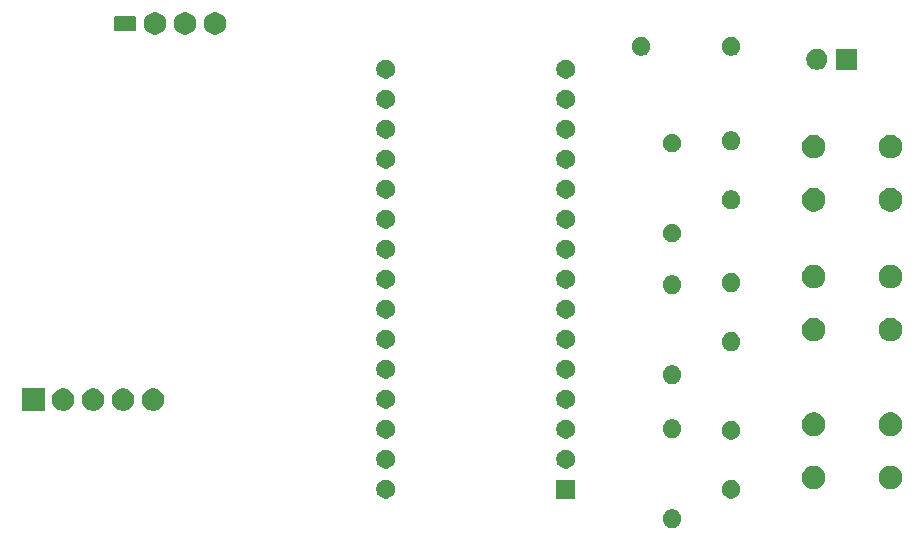
<source format=gbs>
G04 #@! TF.GenerationSoftware,KiCad,Pcbnew,9.0.2*
G04 #@! TF.CreationDate,2025-05-14T19:25:05+05:30*
G04 #@! TF.ProjectId,SpO2_project,53704f32-5f70-4726-9f6a-6563742e6b69,rev?*
G04 #@! TF.SameCoordinates,Original*
G04 #@! TF.FileFunction,Soldermask,Bot*
G04 #@! TF.FilePolarity,Negative*
%FSLAX46Y46*%
G04 Gerber Fmt 4.6, Leading zero omitted, Abs format (unit mm)*
G04 Created by KiCad (PCBNEW 9.0.2) date 2025-05-14 19:25:05*
%MOMM*%
%LPD*%
G01*
G04 APERTURE LIST*
G04 APERTURE END LIST*
G36*
X148232228Y-104734448D02*
G01*
X148377117Y-104794463D01*
X148507515Y-104881592D01*
X148618408Y-104992485D01*
X148705537Y-105122883D01*
X148765552Y-105267772D01*
X148796148Y-105421586D01*
X148796148Y-105578414D01*
X148765552Y-105732228D01*
X148705537Y-105877117D01*
X148618408Y-106007515D01*
X148507515Y-106118408D01*
X148377117Y-106205537D01*
X148232228Y-106265552D01*
X148078414Y-106296148D01*
X147921586Y-106296148D01*
X147767772Y-106265552D01*
X147622883Y-106205537D01*
X147492485Y-106118408D01*
X147381592Y-106007515D01*
X147294463Y-105877117D01*
X147234448Y-105732228D01*
X147203852Y-105578414D01*
X147203852Y-105421586D01*
X147234448Y-105267772D01*
X147294463Y-105122883D01*
X147381592Y-104992485D01*
X147492485Y-104881592D01*
X147622883Y-104794463D01*
X147767772Y-104734448D01*
X147921586Y-104703852D01*
X148078414Y-104703852D01*
X148232228Y-104734448D01*
G37*
G36*
X139800000Y-103800000D02*
G01*
X138200000Y-103800000D01*
X138200000Y-102200000D01*
X139800000Y-102200000D01*
X139800000Y-103800000D01*
G37*
G36*
X123992228Y-102234448D02*
G01*
X124137117Y-102294463D01*
X124267515Y-102381592D01*
X124378408Y-102492485D01*
X124465537Y-102622883D01*
X124525552Y-102767772D01*
X124556148Y-102921586D01*
X124556148Y-103078414D01*
X124525552Y-103232228D01*
X124465537Y-103377117D01*
X124378408Y-103507515D01*
X124267515Y-103618408D01*
X124137117Y-103705537D01*
X123992228Y-103765552D01*
X123838414Y-103796148D01*
X123681586Y-103796148D01*
X123527772Y-103765552D01*
X123382883Y-103705537D01*
X123252485Y-103618408D01*
X123141592Y-103507515D01*
X123054463Y-103377117D01*
X122994448Y-103232228D01*
X122963852Y-103078414D01*
X122963852Y-102921586D01*
X122994448Y-102767772D01*
X123054463Y-102622883D01*
X123141592Y-102492485D01*
X123252485Y-102381592D01*
X123382883Y-102294463D01*
X123527772Y-102234448D01*
X123681586Y-102203852D01*
X123838414Y-102203852D01*
X123992228Y-102234448D01*
G37*
G36*
X153232228Y-102234448D02*
G01*
X153377117Y-102294463D01*
X153507515Y-102381592D01*
X153618408Y-102492485D01*
X153705537Y-102622883D01*
X153765552Y-102767772D01*
X153796148Y-102921586D01*
X153796148Y-103078414D01*
X153765552Y-103232228D01*
X153705537Y-103377117D01*
X153618408Y-103507515D01*
X153507515Y-103618408D01*
X153377117Y-103705537D01*
X153232228Y-103765552D01*
X153078414Y-103796148D01*
X152921586Y-103796148D01*
X152767772Y-103765552D01*
X152622883Y-103705537D01*
X152492485Y-103618408D01*
X152381592Y-103507515D01*
X152294463Y-103377117D01*
X152234448Y-103232228D01*
X152203852Y-103078414D01*
X152203852Y-102921586D01*
X152234448Y-102767772D01*
X152294463Y-102622883D01*
X152381592Y-102492485D01*
X152492485Y-102381592D01*
X152622883Y-102294463D01*
X152767772Y-102234448D01*
X152921586Y-102203852D01*
X153078414Y-102203852D01*
X153232228Y-102234448D01*
G37*
G36*
X160290285Y-101043060D02*
G01*
X160471397Y-101118079D01*
X160634393Y-101226990D01*
X160773010Y-101365607D01*
X160881921Y-101528603D01*
X160956940Y-101709715D01*
X160995185Y-101901983D01*
X160995185Y-102098017D01*
X160956940Y-102290285D01*
X160881921Y-102471397D01*
X160773010Y-102634393D01*
X160634393Y-102773010D01*
X160471397Y-102881921D01*
X160290285Y-102956940D01*
X160098017Y-102995185D01*
X159901983Y-102995185D01*
X159709715Y-102956940D01*
X159528603Y-102881921D01*
X159365607Y-102773010D01*
X159226990Y-102634393D01*
X159118079Y-102471397D01*
X159043060Y-102290285D01*
X159004815Y-102098017D01*
X159004815Y-101901983D01*
X159043060Y-101709715D01*
X159118079Y-101528603D01*
X159226990Y-101365607D01*
X159365607Y-101226990D01*
X159528603Y-101118079D01*
X159709715Y-101043060D01*
X159901983Y-101004815D01*
X160098017Y-101004815D01*
X160290285Y-101043060D01*
G37*
G36*
X166790285Y-101043060D02*
G01*
X166971397Y-101118079D01*
X167134393Y-101226990D01*
X167273010Y-101365607D01*
X167381921Y-101528603D01*
X167456940Y-101709715D01*
X167495185Y-101901983D01*
X167495185Y-102098017D01*
X167456940Y-102290285D01*
X167381921Y-102471397D01*
X167273010Y-102634393D01*
X167134393Y-102773010D01*
X166971397Y-102881921D01*
X166790285Y-102956940D01*
X166598017Y-102995185D01*
X166401983Y-102995185D01*
X166209715Y-102956940D01*
X166028603Y-102881921D01*
X165865607Y-102773010D01*
X165726990Y-102634393D01*
X165618079Y-102471397D01*
X165543060Y-102290285D01*
X165504815Y-102098017D01*
X165504815Y-101901983D01*
X165543060Y-101709715D01*
X165618079Y-101528603D01*
X165726990Y-101365607D01*
X165865607Y-101226990D01*
X166028603Y-101118079D01*
X166209715Y-101043060D01*
X166401983Y-101004815D01*
X166598017Y-101004815D01*
X166790285Y-101043060D01*
G37*
G36*
X123992228Y-99694448D02*
G01*
X124137117Y-99754463D01*
X124267515Y-99841592D01*
X124378408Y-99952485D01*
X124465537Y-100082883D01*
X124525552Y-100227772D01*
X124556148Y-100381586D01*
X124556148Y-100538414D01*
X124525552Y-100692228D01*
X124465537Y-100837117D01*
X124378408Y-100967515D01*
X124267515Y-101078408D01*
X124137117Y-101165537D01*
X123992228Y-101225552D01*
X123838414Y-101256148D01*
X123681586Y-101256148D01*
X123527772Y-101225552D01*
X123382883Y-101165537D01*
X123252485Y-101078408D01*
X123141592Y-100967515D01*
X123054463Y-100837117D01*
X122994448Y-100692228D01*
X122963852Y-100538414D01*
X122963852Y-100381586D01*
X122994448Y-100227772D01*
X123054463Y-100082883D01*
X123141592Y-99952485D01*
X123252485Y-99841592D01*
X123382883Y-99754463D01*
X123527772Y-99694448D01*
X123681586Y-99663852D01*
X123838414Y-99663852D01*
X123992228Y-99694448D01*
G37*
G36*
X139232228Y-99694448D02*
G01*
X139377117Y-99754463D01*
X139507515Y-99841592D01*
X139618408Y-99952485D01*
X139705537Y-100082883D01*
X139765552Y-100227772D01*
X139796148Y-100381586D01*
X139796148Y-100538414D01*
X139765552Y-100692228D01*
X139705537Y-100837117D01*
X139618408Y-100967515D01*
X139507515Y-101078408D01*
X139377117Y-101165537D01*
X139232228Y-101225552D01*
X139078414Y-101256148D01*
X138921586Y-101256148D01*
X138767772Y-101225552D01*
X138622883Y-101165537D01*
X138492485Y-101078408D01*
X138381592Y-100967515D01*
X138294463Y-100837117D01*
X138234448Y-100692228D01*
X138203852Y-100538414D01*
X138203852Y-100381586D01*
X138234448Y-100227772D01*
X138294463Y-100082883D01*
X138381592Y-99952485D01*
X138492485Y-99841592D01*
X138622883Y-99754463D01*
X138767772Y-99694448D01*
X138921586Y-99663852D01*
X139078414Y-99663852D01*
X139232228Y-99694448D01*
G37*
G36*
X153232228Y-97234448D02*
G01*
X153377117Y-97294463D01*
X153507515Y-97381592D01*
X153618408Y-97492485D01*
X153705537Y-97622883D01*
X153765552Y-97767772D01*
X153796148Y-97921586D01*
X153796148Y-98078414D01*
X153765552Y-98232228D01*
X153705537Y-98377117D01*
X153618408Y-98507515D01*
X153507515Y-98618408D01*
X153377117Y-98705537D01*
X153232228Y-98765552D01*
X153078414Y-98796148D01*
X152921586Y-98796148D01*
X152767772Y-98765552D01*
X152622883Y-98705537D01*
X152492485Y-98618408D01*
X152381592Y-98507515D01*
X152294463Y-98377117D01*
X152234448Y-98232228D01*
X152203852Y-98078414D01*
X152203852Y-97921586D01*
X152234448Y-97767772D01*
X152294463Y-97622883D01*
X152381592Y-97492485D01*
X152492485Y-97381592D01*
X152622883Y-97294463D01*
X152767772Y-97234448D01*
X152921586Y-97203852D01*
X153078414Y-97203852D01*
X153232228Y-97234448D01*
G37*
G36*
X123992228Y-97154448D02*
G01*
X124137117Y-97214463D01*
X124267515Y-97301592D01*
X124378408Y-97412485D01*
X124465537Y-97542883D01*
X124525552Y-97687772D01*
X124556148Y-97841586D01*
X124556148Y-97998414D01*
X124525552Y-98152228D01*
X124465537Y-98297117D01*
X124378408Y-98427515D01*
X124267515Y-98538408D01*
X124137117Y-98625537D01*
X123992228Y-98685552D01*
X123838414Y-98716148D01*
X123681586Y-98716148D01*
X123527772Y-98685552D01*
X123382883Y-98625537D01*
X123252485Y-98538408D01*
X123141592Y-98427515D01*
X123054463Y-98297117D01*
X122994448Y-98152228D01*
X122963852Y-97998414D01*
X122963852Y-97841586D01*
X122994448Y-97687772D01*
X123054463Y-97542883D01*
X123141592Y-97412485D01*
X123252485Y-97301592D01*
X123382883Y-97214463D01*
X123527772Y-97154448D01*
X123681586Y-97123852D01*
X123838414Y-97123852D01*
X123992228Y-97154448D01*
G37*
G36*
X139232228Y-97154448D02*
G01*
X139377117Y-97214463D01*
X139507515Y-97301592D01*
X139618408Y-97412485D01*
X139705537Y-97542883D01*
X139765552Y-97687772D01*
X139796148Y-97841586D01*
X139796148Y-97998414D01*
X139765552Y-98152228D01*
X139705537Y-98297117D01*
X139618408Y-98427515D01*
X139507515Y-98538408D01*
X139377117Y-98625537D01*
X139232228Y-98685552D01*
X139078414Y-98716148D01*
X138921586Y-98716148D01*
X138767772Y-98685552D01*
X138622883Y-98625537D01*
X138492485Y-98538408D01*
X138381592Y-98427515D01*
X138294463Y-98297117D01*
X138234448Y-98152228D01*
X138203852Y-97998414D01*
X138203852Y-97841586D01*
X138234448Y-97687772D01*
X138294463Y-97542883D01*
X138381592Y-97412485D01*
X138492485Y-97301592D01*
X138622883Y-97214463D01*
X138767772Y-97154448D01*
X138921586Y-97123852D01*
X139078414Y-97123852D01*
X139232228Y-97154448D01*
G37*
G36*
X148232228Y-97114448D02*
G01*
X148377117Y-97174463D01*
X148507515Y-97261592D01*
X148618408Y-97372485D01*
X148705537Y-97502883D01*
X148765552Y-97647772D01*
X148796148Y-97801586D01*
X148796148Y-97958414D01*
X148765552Y-98112228D01*
X148705537Y-98257117D01*
X148618408Y-98387515D01*
X148507515Y-98498408D01*
X148377117Y-98585537D01*
X148232228Y-98645552D01*
X148078414Y-98676148D01*
X147921586Y-98676148D01*
X147767772Y-98645552D01*
X147622883Y-98585537D01*
X147492485Y-98498408D01*
X147381592Y-98387515D01*
X147294463Y-98257117D01*
X147234448Y-98112228D01*
X147203852Y-97958414D01*
X147203852Y-97801586D01*
X147234448Y-97647772D01*
X147294463Y-97502883D01*
X147381592Y-97372485D01*
X147492485Y-97261592D01*
X147622883Y-97174463D01*
X147767772Y-97114448D01*
X147921586Y-97083852D01*
X148078414Y-97083852D01*
X148232228Y-97114448D01*
G37*
G36*
X160290285Y-96543060D02*
G01*
X160471397Y-96618079D01*
X160634393Y-96726990D01*
X160773010Y-96865607D01*
X160881921Y-97028603D01*
X160956940Y-97209715D01*
X160995185Y-97401983D01*
X160995185Y-97598017D01*
X160956940Y-97790285D01*
X160881921Y-97971397D01*
X160773010Y-98134393D01*
X160634393Y-98273010D01*
X160471397Y-98381921D01*
X160290285Y-98456940D01*
X160098017Y-98495185D01*
X159901983Y-98495185D01*
X159709715Y-98456940D01*
X159528603Y-98381921D01*
X159365607Y-98273010D01*
X159226990Y-98134393D01*
X159118079Y-97971397D01*
X159043060Y-97790285D01*
X159004815Y-97598017D01*
X159004815Y-97401983D01*
X159043060Y-97209715D01*
X159118079Y-97028603D01*
X159226990Y-96865607D01*
X159365607Y-96726990D01*
X159528603Y-96618079D01*
X159709715Y-96543060D01*
X159901983Y-96504815D01*
X160098017Y-96504815D01*
X160290285Y-96543060D01*
G37*
G36*
X166790285Y-96543060D02*
G01*
X166971397Y-96618079D01*
X167134393Y-96726990D01*
X167273010Y-96865607D01*
X167381921Y-97028603D01*
X167456940Y-97209715D01*
X167495185Y-97401983D01*
X167495185Y-97598017D01*
X167456940Y-97790285D01*
X167381921Y-97971397D01*
X167273010Y-98134393D01*
X167134393Y-98273010D01*
X166971397Y-98381921D01*
X166790285Y-98456940D01*
X166598017Y-98495185D01*
X166401983Y-98495185D01*
X166209715Y-98456940D01*
X166028603Y-98381921D01*
X165865607Y-98273010D01*
X165726990Y-98134393D01*
X165618079Y-97971397D01*
X165543060Y-97790285D01*
X165504815Y-97598017D01*
X165504815Y-97401983D01*
X165543060Y-97209715D01*
X165618079Y-97028603D01*
X165726990Y-96865607D01*
X165865607Y-96726990D01*
X166028603Y-96618079D01*
X166209715Y-96543060D01*
X166401983Y-96504815D01*
X166598017Y-96504815D01*
X166790285Y-96543060D01*
G37*
G36*
X94872500Y-96372500D02*
G01*
X92967500Y-96372500D01*
X92967500Y-94467500D01*
X94872500Y-94467500D01*
X94872500Y-96372500D01*
G37*
G36*
X96736496Y-94508514D02*
G01*
X96909005Y-94579970D01*
X97064260Y-94683708D01*
X97196292Y-94815740D01*
X97300030Y-94970995D01*
X97371486Y-95143504D01*
X97407913Y-95326639D01*
X97407913Y-95513361D01*
X97371486Y-95696496D01*
X97300030Y-95869005D01*
X97196292Y-96024260D01*
X97064260Y-96156292D01*
X96909005Y-96260030D01*
X96736496Y-96331486D01*
X96553361Y-96367913D01*
X96366639Y-96367913D01*
X96183504Y-96331486D01*
X96010995Y-96260030D01*
X95855740Y-96156292D01*
X95723708Y-96024260D01*
X95619970Y-95869005D01*
X95548514Y-95696496D01*
X95512087Y-95513361D01*
X95512087Y-95326639D01*
X95548514Y-95143504D01*
X95619970Y-94970995D01*
X95723708Y-94815740D01*
X95855740Y-94683708D01*
X96010995Y-94579970D01*
X96183504Y-94508514D01*
X96366639Y-94472087D01*
X96553361Y-94472087D01*
X96736496Y-94508514D01*
G37*
G36*
X99276496Y-94508514D02*
G01*
X99449005Y-94579970D01*
X99604260Y-94683708D01*
X99736292Y-94815740D01*
X99840030Y-94970995D01*
X99911486Y-95143504D01*
X99947913Y-95326639D01*
X99947913Y-95513361D01*
X99911486Y-95696496D01*
X99840030Y-95869005D01*
X99736292Y-96024260D01*
X99604260Y-96156292D01*
X99449005Y-96260030D01*
X99276496Y-96331486D01*
X99093361Y-96367913D01*
X98906639Y-96367913D01*
X98723504Y-96331486D01*
X98550995Y-96260030D01*
X98395740Y-96156292D01*
X98263708Y-96024260D01*
X98159970Y-95869005D01*
X98088514Y-95696496D01*
X98052087Y-95513361D01*
X98052087Y-95326639D01*
X98088514Y-95143504D01*
X98159970Y-94970995D01*
X98263708Y-94815740D01*
X98395740Y-94683708D01*
X98550995Y-94579970D01*
X98723504Y-94508514D01*
X98906639Y-94472087D01*
X99093361Y-94472087D01*
X99276496Y-94508514D01*
G37*
G36*
X101816496Y-94508514D02*
G01*
X101989005Y-94579970D01*
X102144260Y-94683708D01*
X102276292Y-94815740D01*
X102380030Y-94970995D01*
X102451486Y-95143504D01*
X102487913Y-95326639D01*
X102487913Y-95513361D01*
X102451486Y-95696496D01*
X102380030Y-95869005D01*
X102276292Y-96024260D01*
X102144260Y-96156292D01*
X101989005Y-96260030D01*
X101816496Y-96331486D01*
X101633361Y-96367913D01*
X101446639Y-96367913D01*
X101263504Y-96331486D01*
X101090995Y-96260030D01*
X100935740Y-96156292D01*
X100803708Y-96024260D01*
X100699970Y-95869005D01*
X100628514Y-95696496D01*
X100592087Y-95513361D01*
X100592087Y-95326639D01*
X100628514Y-95143504D01*
X100699970Y-94970995D01*
X100803708Y-94815740D01*
X100935740Y-94683708D01*
X101090995Y-94579970D01*
X101263504Y-94508514D01*
X101446639Y-94472087D01*
X101633361Y-94472087D01*
X101816496Y-94508514D01*
G37*
G36*
X104356496Y-94508514D02*
G01*
X104529005Y-94579970D01*
X104684260Y-94683708D01*
X104816292Y-94815740D01*
X104920030Y-94970995D01*
X104991486Y-95143504D01*
X105027913Y-95326639D01*
X105027913Y-95513361D01*
X104991486Y-95696496D01*
X104920030Y-95869005D01*
X104816292Y-96024260D01*
X104684260Y-96156292D01*
X104529005Y-96260030D01*
X104356496Y-96331486D01*
X104173361Y-96367913D01*
X103986639Y-96367913D01*
X103803504Y-96331486D01*
X103630995Y-96260030D01*
X103475740Y-96156292D01*
X103343708Y-96024260D01*
X103239970Y-95869005D01*
X103168514Y-95696496D01*
X103132087Y-95513361D01*
X103132087Y-95326639D01*
X103168514Y-95143504D01*
X103239970Y-94970995D01*
X103343708Y-94815740D01*
X103475740Y-94683708D01*
X103630995Y-94579970D01*
X103803504Y-94508514D01*
X103986639Y-94472087D01*
X104173361Y-94472087D01*
X104356496Y-94508514D01*
G37*
G36*
X123992228Y-94614448D02*
G01*
X124137117Y-94674463D01*
X124267515Y-94761592D01*
X124378408Y-94872485D01*
X124465537Y-95002883D01*
X124525552Y-95147772D01*
X124556148Y-95301586D01*
X124556148Y-95458414D01*
X124525552Y-95612228D01*
X124465537Y-95757117D01*
X124378408Y-95887515D01*
X124267515Y-95998408D01*
X124137117Y-96085537D01*
X123992228Y-96145552D01*
X123838414Y-96176148D01*
X123681586Y-96176148D01*
X123527772Y-96145552D01*
X123382883Y-96085537D01*
X123252485Y-95998408D01*
X123141592Y-95887515D01*
X123054463Y-95757117D01*
X122994448Y-95612228D01*
X122963852Y-95458414D01*
X122963852Y-95301586D01*
X122994448Y-95147772D01*
X123054463Y-95002883D01*
X123141592Y-94872485D01*
X123252485Y-94761592D01*
X123382883Y-94674463D01*
X123527772Y-94614448D01*
X123681586Y-94583852D01*
X123838414Y-94583852D01*
X123992228Y-94614448D01*
G37*
G36*
X139232228Y-94614448D02*
G01*
X139377117Y-94674463D01*
X139507515Y-94761592D01*
X139618408Y-94872485D01*
X139705537Y-95002883D01*
X139765552Y-95147772D01*
X139796148Y-95301586D01*
X139796148Y-95458414D01*
X139765552Y-95612228D01*
X139705537Y-95757117D01*
X139618408Y-95887515D01*
X139507515Y-95998408D01*
X139377117Y-96085537D01*
X139232228Y-96145552D01*
X139078414Y-96176148D01*
X138921586Y-96176148D01*
X138767772Y-96145552D01*
X138622883Y-96085537D01*
X138492485Y-95998408D01*
X138381592Y-95887515D01*
X138294463Y-95757117D01*
X138234448Y-95612228D01*
X138203852Y-95458414D01*
X138203852Y-95301586D01*
X138234448Y-95147772D01*
X138294463Y-95002883D01*
X138381592Y-94872485D01*
X138492485Y-94761592D01*
X138622883Y-94674463D01*
X138767772Y-94614448D01*
X138921586Y-94583852D01*
X139078414Y-94583852D01*
X139232228Y-94614448D01*
G37*
G36*
X148232228Y-92544448D02*
G01*
X148377117Y-92604463D01*
X148507515Y-92691592D01*
X148618408Y-92802485D01*
X148705537Y-92932883D01*
X148765552Y-93077772D01*
X148796148Y-93231586D01*
X148796148Y-93388414D01*
X148765552Y-93542228D01*
X148705537Y-93687117D01*
X148618408Y-93817515D01*
X148507515Y-93928408D01*
X148377117Y-94015537D01*
X148232228Y-94075552D01*
X148078414Y-94106148D01*
X147921586Y-94106148D01*
X147767772Y-94075552D01*
X147622883Y-94015537D01*
X147492485Y-93928408D01*
X147381592Y-93817515D01*
X147294463Y-93687117D01*
X147234448Y-93542228D01*
X147203852Y-93388414D01*
X147203852Y-93231586D01*
X147234448Y-93077772D01*
X147294463Y-92932883D01*
X147381592Y-92802485D01*
X147492485Y-92691592D01*
X147622883Y-92604463D01*
X147767772Y-92544448D01*
X147921586Y-92513852D01*
X148078414Y-92513852D01*
X148232228Y-92544448D01*
G37*
G36*
X123992228Y-92074448D02*
G01*
X124137117Y-92134463D01*
X124267515Y-92221592D01*
X124378408Y-92332485D01*
X124465537Y-92462883D01*
X124525552Y-92607772D01*
X124556148Y-92761586D01*
X124556148Y-92918414D01*
X124525552Y-93072228D01*
X124465537Y-93217117D01*
X124378408Y-93347515D01*
X124267515Y-93458408D01*
X124137117Y-93545537D01*
X123992228Y-93605552D01*
X123838414Y-93636148D01*
X123681586Y-93636148D01*
X123527772Y-93605552D01*
X123382883Y-93545537D01*
X123252485Y-93458408D01*
X123141592Y-93347515D01*
X123054463Y-93217117D01*
X122994448Y-93072228D01*
X122963852Y-92918414D01*
X122963852Y-92761586D01*
X122994448Y-92607772D01*
X123054463Y-92462883D01*
X123141592Y-92332485D01*
X123252485Y-92221592D01*
X123382883Y-92134463D01*
X123527772Y-92074448D01*
X123681586Y-92043852D01*
X123838414Y-92043852D01*
X123992228Y-92074448D01*
G37*
G36*
X139232228Y-92074448D02*
G01*
X139377117Y-92134463D01*
X139507515Y-92221592D01*
X139618408Y-92332485D01*
X139705537Y-92462883D01*
X139765552Y-92607772D01*
X139796148Y-92761586D01*
X139796148Y-92918414D01*
X139765552Y-93072228D01*
X139705537Y-93217117D01*
X139618408Y-93347515D01*
X139507515Y-93458408D01*
X139377117Y-93545537D01*
X139232228Y-93605552D01*
X139078414Y-93636148D01*
X138921586Y-93636148D01*
X138767772Y-93605552D01*
X138622883Y-93545537D01*
X138492485Y-93458408D01*
X138381592Y-93347515D01*
X138294463Y-93217117D01*
X138234448Y-93072228D01*
X138203852Y-92918414D01*
X138203852Y-92761586D01*
X138234448Y-92607772D01*
X138294463Y-92462883D01*
X138381592Y-92332485D01*
X138492485Y-92221592D01*
X138622883Y-92134463D01*
X138767772Y-92074448D01*
X138921586Y-92043852D01*
X139078414Y-92043852D01*
X139232228Y-92074448D01*
G37*
G36*
X153232228Y-89734448D02*
G01*
X153377117Y-89794463D01*
X153507515Y-89881592D01*
X153618408Y-89992485D01*
X153705537Y-90122883D01*
X153765552Y-90267772D01*
X153796148Y-90421586D01*
X153796148Y-90578414D01*
X153765552Y-90732228D01*
X153705537Y-90877117D01*
X153618408Y-91007515D01*
X153507515Y-91118408D01*
X153377117Y-91205537D01*
X153232228Y-91265552D01*
X153078414Y-91296148D01*
X152921586Y-91296148D01*
X152767772Y-91265552D01*
X152622883Y-91205537D01*
X152492485Y-91118408D01*
X152381592Y-91007515D01*
X152294463Y-90877117D01*
X152234448Y-90732228D01*
X152203852Y-90578414D01*
X152203852Y-90421586D01*
X152234448Y-90267772D01*
X152294463Y-90122883D01*
X152381592Y-89992485D01*
X152492485Y-89881592D01*
X152622883Y-89794463D01*
X152767772Y-89734448D01*
X152921586Y-89703852D01*
X153078414Y-89703852D01*
X153232228Y-89734448D01*
G37*
G36*
X123992228Y-89534448D02*
G01*
X124137117Y-89594463D01*
X124267515Y-89681592D01*
X124378408Y-89792485D01*
X124465537Y-89922883D01*
X124525552Y-90067772D01*
X124556148Y-90221586D01*
X124556148Y-90378414D01*
X124525552Y-90532228D01*
X124465537Y-90677117D01*
X124378408Y-90807515D01*
X124267515Y-90918408D01*
X124137117Y-91005537D01*
X123992228Y-91065552D01*
X123838414Y-91096148D01*
X123681586Y-91096148D01*
X123527772Y-91065552D01*
X123382883Y-91005537D01*
X123252485Y-90918408D01*
X123141592Y-90807515D01*
X123054463Y-90677117D01*
X122994448Y-90532228D01*
X122963852Y-90378414D01*
X122963852Y-90221586D01*
X122994448Y-90067772D01*
X123054463Y-89922883D01*
X123141592Y-89792485D01*
X123252485Y-89681592D01*
X123382883Y-89594463D01*
X123527772Y-89534448D01*
X123681586Y-89503852D01*
X123838414Y-89503852D01*
X123992228Y-89534448D01*
G37*
G36*
X139232228Y-89534448D02*
G01*
X139377117Y-89594463D01*
X139507515Y-89681592D01*
X139618408Y-89792485D01*
X139705537Y-89922883D01*
X139765552Y-90067772D01*
X139796148Y-90221586D01*
X139796148Y-90378414D01*
X139765552Y-90532228D01*
X139705537Y-90677117D01*
X139618408Y-90807515D01*
X139507515Y-90918408D01*
X139377117Y-91005537D01*
X139232228Y-91065552D01*
X139078414Y-91096148D01*
X138921586Y-91096148D01*
X138767772Y-91065552D01*
X138622883Y-91005537D01*
X138492485Y-90918408D01*
X138381592Y-90807515D01*
X138294463Y-90677117D01*
X138234448Y-90532228D01*
X138203852Y-90378414D01*
X138203852Y-90221586D01*
X138234448Y-90067772D01*
X138294463Y-89922883D01*
X138381592Y-89792485D01*
X138492485Y-89681592D01*
X138622883Y-89594463D01*
X138767772Y-89534448D01*
X138921586Y-89503852D01*
X139078414Y-89503852D01*
X139232228Y-89534448D01*
G37*
G36*
X160290285Y-88543060D02*
G01*
X160471397Y-88618079D01*
X160634393Y-88726990D01*
X160773010Y-88865607D01*
X160881921Y-89028603D01*
X160956940Y-89209715D01*
X160995185Y-89401983D01*
X160995185Y-89598017D01*
X160956940Y-89790285D01*
X160881921Y-89971397D01*
X160773010Y-90134393D01*
X160634393Y-90273010D01*
X160471397Y-90381921D01*
X160290285Y-90456940D01*
X160098017Y-90495185D01*
X159901983Y-90495185D01*
X159709715Y-90456940D01*
X159528603Y-90381921D01*
X159365607Y-90273010D01*
X159226990Y-90134393D01*
X159118079Y-89971397D01*
X159043060Y-89790285D01*
X159004815Y-89598017D01*
X159004815Y-89401983D01*
X159043060Y-89209715D01*
X159118079Y-89028603D01*
X159226990Y-88865607D01*
X159365607Y-88726990D01*
X159528603Y-88618079D01*
X159709715Y-88543060D01*
X159901983Y-88504815D01*
X160098017Y-88504815D01*
X160290285Y-88543060D01*
G37*
G36*
X166790285Y-88543060D02*
G01*
X166971397Y-88618079D01*
X167134393Y-88726990D01*
X167273010Y-88865607D01*
X167381921Y-89028603D01*
X167456940Y-89209715D01*
X167495185Y-89401983D01*
X167495185Y-89598017D01*
X167456940Y-89790285D01*
X167381921Y-89971397D01*
X167273010Y-90134393D01*
X167134393Y-90273010D01*
X166971397Y-90381921D01*
X166790285Y-90456940D01*
X166598017Y-90495185D01*
X166401983Y-90495185D01*
X166209715Y-90456940D01*
X166028603Y-90381921D01*
X165865607Y-90273010D01*
X165726990Y-90134393D01*
X165618079Y-89971397D01*
X165543060Y-89790285D01*
X165504815Y-89598017D01*
X165504815Y-89401983D01*
X165543060Y-89209715D01*
X165618079Y-89028603D01*
X165726990Y-88865607D01*
X165865607Y-88726990D01*
X166028603Y-88618079D01*
X166209715Y-88543060D01*
X166401983Y-88504815D01*
X166598017Y-88504815D01*
X166790285Y-88543060D01*
G37*
G36*
X123992228Y-86994448D02*
G01*
X124137117Y-87054463D01*
X124267515Y-87141592D01*
X124378408Y-87252485D01*
X124465537Y-87382883D01*
X124525552Y-87527772D01*
X124556148Y-87681586D01*
X124556148Y-87838414D01*
X124525552Y-87992228D01*
X124465537Y-88137117D01*
X124378408Y-88267515D01*
X124267515Y-88378408D01*
X124137117Y-88465537D01*
X123992228Y-88525552D01*
X123838414Y-88556148D01*
X123681586Y-88556148D01*
X123527772Y-88525552D01*
X123382883Y-88465537D01*
X123252485Y-88378408D01*
X123141592Y-88267515D01*
X123054463Y-88137117D01*
X122994448Y-87992228D01*
X122963852Y-87838414D01*
X122963852Y-87681586D01*
X122994448Y-87527772D01*
X123054463Y-87382883D01*
X123141592Y-87252485D01*
X123252485Y-87141592D01*
X123382883Y-87054463D01*
X123527772Y-86994448D01*
X123681586Y-86963852D01*
X123838414Y-86963852D01*
X123992228Y-86994448D01*
G37*
G36*
X139232228Y-86994448D02*
G01*
X139377117Y-87054463D01*
X139507515Y-87141592D01*
X139618408Y-87252485D01*
X139705537Y-87382883D01*
X139765552Y-87527772D01*
X139796148Y-87681586D01*
X139796148Y-87838414D01*
X139765552Y-87992228D01*
X139705537Y-88137117D01*
X139618408Y-88267515D01*
X139507515Y-88378408D01*
X139377117Y-88465537D01*
X139232228Y-88525552D01*
X139078414Y-88556148D01*
X138921586Y-88556148D01*
X138767772Y-88525552D01*
X138622883Y-88465537D01*
X138492485Y-88378408D01*
X138381592Y-88267515D01*
X138294463Y-88137117D01*
X138234448Y-87992228D01*
X138203852Y-87838414D01*
X138203852Y-87681586D01*
X138234448Y-87527772D01*
X138294463Y-87382883D01*
X138381592Y-87252485D01*
X138492485Y-87141592D01*
X138622883Y-87054463D01*
X138767772Y-86994448D01*
X138921586Y-86963852D01*
X139078414Y-86963852D01*
X139232228Y-86994448D01*
G37*
G36*
X148232228Y-84924448D02*
G01*
X148377117Y-84984463D01*
X148507515Y-85071592D01*
X148618408Y-85182485D01*
X148705537Y-85312883D01*
X148765552Y-85457772D01*
X148796148Y-85611586D01*
X148796148Y-85768414D01*
X148765552Y-85922228D01*
X148705537Y-86067117D01*
X148618408Y-86197515D01*
X148507515Y-86308408D01*
X148377117Y-86395537D01*
X148232228Y-86455552D01*
X148078414Y-86486148D01*
X147921586Y-86486148D01*
X147767772Y-86455552D01*
X147622883Y-86395537D01*
X147492485Y-86308408D01*
X147381592Y-86197515D01*
X147294463Y-86067117D01*
X147234448Y-85922228D01*
X147203852Y-85768414D01*
X147203852Y-85611586D01*
X147234448Y-85457772D01*
X147294463Y-85312883D01*
X147381592Y-85182485D01*
X147492485Y-85071592D01*
X147622883Y-84984463D01*
X147767772Y-84924448D01*
X147921586Y-84893852D01*
X148078414Y-84893852D01*
X148232228Y-84924448D01*
G37*
G36*
X153232228Y-84734448D02*
G01*
X153377117Y-84794463D01*
X153507515Y-84881592D01*
X153618408Y-84992485D01*
X153705537Y-85122883D01*
X153765552Y-85267772D01*
X153796148Y-85421586D01*
X153796148Y-85578414D01*
X153765552Y-85732228D01*
X153705537Y-85877117D01*
X153618408Y-86007515D01*
X153507515Y-86118408D01*
X153377117Y-86205537D01*
X153232228Y-86265552D01*
X153078414Y-86296148D01*
X152921586Y-86296148D01*
X152767772Y-86265552D01*
X152622883Y-86205537D01*
X152492485Y-86118408D01*
X152381592Y-86007515D01*
X152294463Y-85877117D01*
X152234448Y-85732228D01*
X152203852Y-85578414D01*
X152203852Y-85421586D01*
X152234448Y-85267772D01*
X152294463Y-85122883D01*
X152381592Y-84992485D01*
X152492485Y-84881592D01*
X152622883Y-84794463D01*
X152767772Y-84734448D01*
X152921586Y-84703852D01*
X153078414Y-84703852D01*
X153232228Y-84734448D01*
G37*
G36*
X123992228Y-84454448D02*
G01*
X124137117Y-84514463D01*
X124267515Y-84601592D01*
X124378408Y-84712485D01*
X124465537Y-84842883D01*
X124525552Y-84987772D01*
X124556148Y-85141586D01*
X124556148Y-85298414D01*
X124525552Y-85452228D01*
X124465537Y-85597117D01*
X124378408Y-85727515D01*
X124267515Y-85838408D01*
X124137117Y-85925537D01*
X123992228Y-85985552D01*
X123838414Y-86016148D01*
X123681586Y-86016148D01*
X123527772Y-85985552D01*
X123382883Y-85925537D01*
X123252485Y-85838408D01*
X123141592Y-85727515D01*
X123054463Y-85597117D01*
X122994448Y-85452228D01*
X122963852Y-85298414D01*
X122963852Y-85141586D01*
X122994448Y-84987772D01*
X123054463Y-84842883D01*
X123141592Y-84712485D01*
X123252485Y-84601592D01*
X123382883Y-84514463D01*
X123527772Y-84454448D01*
X123681586Y-84423852D01*
X123838414Y-84423852D01*
X123992228Y-84454448D01*
G37*
G36*
X139232228Y-84454448D02*
G01*
X139377117Y-84514463D01*
X139507515Y-84601592D01*
X139618408Y-84712485D01*
X139705537Y-84842883D01*
X139765552Y-84987772D01*
X139796148Y-85141586D01*
X139796148Y-85298414D01*
X139765552Y-85452228D01*
X139705537Y-85597117D01*
X139618408Y-85727515D01*
X139507515Y-85838408D01*
X139377117Y-85925537D01*
X139232228Y-85985552D01*
X139078414Y-86016148D01*
X138921586Y-86016148D01*
X138767772Y-85985552D01*
X138622883Y-85925537D01*
X138492485Y-85838408D01*
X138381592Y-85727515D01*
X138294463Y-85597117D01*
X138234448Y-85452228D01*
X138203852Y-85298414D01*
X138203852Y-85141586D01*
X138234448Y-84987772D01*
X138294463Y-84842883D01*
X138381592Y-84712485D01*
X138492485Y-84601592D01*
X138622883Y-84514463D01*
X138767772Y-84454448D01*
X138921586Y-84423852D01*
X139078414Y-84423852D01*
X139232228Y-84454448D01*
G37*
G36*
X160290285Y-84043060D02*
G01*
X160471397Y-84118079D01*
X160634393Y-84226990D01*
X160773010Y-84365607D01*
X160881921Y-84528603D01*
X160956940Y-84709715D01*
X160995185Y-84901983D01*
X160995185Y-85098017D01*
X160956940Y-85290285D01*
X160881921Y-85471397D01*
X160773010Y-85634393D01*
X160634393Y-85773010D01*
X160471397Y-85881921D01*
X160290285Y-85956940D01*
X160098017Y-85995185D01*
X159901983Y-85995185D01*
X159709715Y-85956940D01*
X159528603Y-85881921D01*
X159365607Y-85773010D01*
X159226990Y-85634393D01*
X159118079Y-85471397D01*
X159043060Y-85290285D01*
X159004815Y-85098017D01*
X159004815Y-84901983D01*
X159043060Y-84709715D01*
X159118079Y-84528603D01*
X159226990Y-84365607D01*
X159365607Y-84226990D01*
X159528603Y-84118079D01*
X159709715Y-84043060D01*
X159901983Y-84004815D01*
X160098017Y-84004815D01*
X160290285Y-84043060D01*
G37*
G36*
X166790285Y-84043060D02*
G01*
X166971397Y-84118079D01*
X167134393Y-84226990D01*
X167273010Y-84365607D01*
X167381921Y-84528603D01*
X167456940Y-84709715D01*
X167495185Y-84901983D01*
X167495185Y-85098017D01*
X167456940Y-85290285D01*
X167381921Y-85471397D01*
X167273010Y-85634393D01*
X167134393Y-85773010D01*
X166971397Y-85881921D01*
X166790285Y-85956940D01*
X166598017Y-85995185D01*
X166401983Y-85995185D01*
X166209715Y-85956940D01*
X166028603Y-85881921D01*
X165865607Y-85773010D01*
X165726990Y-85634393D01*
X165618079Y-85471397D01*
X165543060Y-85290285D01*
X165504815Y-85098017D01*
X165504815Y-84901983D01*
X165543060Y-84709715D01*
X165618079Y-84528603D01*
X165726990Y-84365607D01*
X165865607Y-84226990D01*
X166028603Y-84118079D01*
X166209715Y-84043060D01*
X166401983Y-84004815D01*
X166598017Y-84004815D01*
X166790285Y-84043060D01*
G37*
G36*
X123992228Y-81914448D02*
G01*
X124137117Y-81974463D01*
X124267515Y-82061592D01*
X124378408Y-82172485D01*
X124465537Y-82302883D01*
X124525552Y-82447772D01*
X124556148Y-82601586D01*
X124556148Y-82758414D01*
X124525552Y-82912228D01*
X124465537Y-83057117D01*
X124378408Y-83187515D01*
X124267515Y-83298408D01*
X124137117Y-83385537D01*
X123992228Y-83445552D01*
X123838414Y-83476148D01*
X123681586Y-83476148D01*
X123527772Y-83445552D01*
X123382883Y-83385537D01*
X123252485Y-83298408D01*
X123141592Y-83187515D01*
X123054463Y-83057117D01*
X122994448Y-82912228D01*
X122963852Y-82758414D01*
X122963852Y-82601586D01*
X122994448Y-82447772D01*
X123054463Y-82302883D01*
X123141592Y-82172485D01*
X123252485Y-82061592D01*
X123382883Y-81974463D01*
X123527772Y-81914448D01*
X123681586Y-81883852D01*
X123838414Y-81883852D01*
X123992228Y-81914448D01*
G37*
G36*
X139232228Y-81914448D02*
G01*
X139377117Y-81974463D01*
X139507515Y-82061592D01*
X139618408Y-82172485D01*
X139705537Y-82302883D01*
X139765552Y-82447772D01*
X139796148Y-82601586D01*
X139796148Y-82758414D01*
X139765552Y-82912228D01*
X139705537Y-83057117D01*
X139618408Y-83187515D01*
X139507515Y-83298408D01*
X139377117Y-83385537D01*
X139232228Y-83445552D01*
X139078414Y-83476148D01*
X138921586Y-83476148D01*
X138767772Y-83445552D01*
X138622883Y-83385537D01*
X138492485Y-83298408D01*
X138381592Y-83187515D01*
X138294463Y-83057117D01*
X138234448Y-82912228D01*
X138203852Y-82758414D01*
X138203852Y-82601586D01*
X138234448Y-82447772D01*
X138294463Y-82302883D01*
X138381592Y-82172485D01*
X138492485Y-82061592D01*
X138622883Y-81974463D01*
X138767772Y-81914448D01*
X138921586Y-81883852D01*
X139078414Y-81883852D01*
X139232228Y-81914448D01*
G37*
G36*
X148232228Y-80544448D02*
G01*
X148377117Y-80604463D01*
X148507515Y-80691592D01*
X148618408Y-80802485D01*
X148705537Y-80932883D01*
X148765552Y-81077772D01*
X148796148Y-81231586D01*
X148796148Y-81388414D01*
X148765552Y-81542228D01*
X148705537Y-81687117D01*
X148618408Y-81817515D01*
X148507515Y-81928408D01*
X148377117Y-82015537D01*
X148232228Y-82075552D01*
X148078414Y-82106148D01*
X147921586Y-82106148D01*
X147767772Y-82075552D01*
X147622883Y-82015537D01*
X147492485Y-81928408D01*
X147381592Y-81817515D01*
X147294463Y-81687117D01*
X147234448Y-81542228D01*
X147203852Y-81388414D01*
X147203852Y-81231586D01*
X147234448Y-81077772D01*
X147294463Y-80932883D01*
X147381592Y-80802485D01*
X147492485Y-80691592D01*
X147622883Y-80604463D01*
X147767772Y-80544448D01*
X147921586Y-80513852D01*
X148078414Y-80513852D01*
X148232228Y-80544448D01*
G37*
G36*
X123992228Y-79374448D02*
G01*
X124137117Y-79434463D01*
X124267515Y-79521592D01*
X124378408Y-79632485D01*
X124465537Y-79762883D01*
X124525552Y-79907772D01*
X124556148Y-80061586D01*
X124556148Y-80218414D01*
X124525552Y-80372228D01*
X124465537Y-80517117D01*
X124378408Y-80647515D01*
X124267515Y-80758408D01*
X124137117Y-80845537D01*
X123992228Y-80905552D01*
X123838414Y-80936148D01*
X123681586Y-80936148D01*
X123527772Y-80905552D01*
X123382883Y-80845537D01*
X123252485Y-80758408D01*
X123141592Y-80647515D01*
X123054463Y-80517117D01*
X122994448Y-80372228D01*
X122963852Y-80218414D01*
X122963852Y-80061586D01*
X122994448Y-79907772D01*
X123054463Y-79762883D01*
X123141592Y-79632485D01*
X123252485Y-79521592D01*
X123382883Y-79434463D01*
X123527772Y-79374448D01*
X123681586Y-79343852D01*
X123838414Y-79343852D01*
X123992228Y-79374448D01*
G37*
G36*
X139232228Y-79374448D02*
G01*
X139377117Y-79434463D01*
X139507515Y-79521592D01*
X139618408Y-79632485D01*
X139705537Y-79762883D01*
X139765552Y-79907772D01*
X139796148Y-80061586D01*
X139796148Y-80218414D01*
X139765552Y-80372228D01*
X139705537Y-80517117D01*
X139618408Y-80647515D01*
X139507515Y-80758408D01*
X139377117Y-80845537D01*
X139232228Y-80905552D01*
X139078414Y-80936148D01*
X138921586Y-80936148D01*
X138767772Y-80905552D01*
X138622883Y-80845537D01*
X138492485Y-80758408D01*
X138381592Y-80647515D01*
X138294463Y-80517117D01*
X138234448Y-80372228D01*
X138203852Y-80218414D01*
X138203852Y-80061586D01*
X138234448Y-79907772D01*
X138294463Y-79762883D01*
X138381592Y-79632485D01*
X138492485Y-79521592D01*
X138622883Y-79434463D01*
X138767772Y-79374448D01*
X138921586Y-79343852D01*
X139078414Y-79343852D01*
X139232228Y-79374448D01*
G37*
G36*
X160290285Y-77543060D02*
G01*
X160471397Y-77618079D01*
X160634393Y-77726990D01*
X160773010Y-77865607D01*
X160881921Y-78028603D01*
X160956940Y-78209715D01*
X160995185Y-78401983D01*
X160995185Y-78598017D01*
X160956940Y-78790285D01*
X160881921Y-78971397D01*
X160773010Y-79134393D01*
X160634393Y-79273010D01*
X160471397Y-79381921D01*
X160290285Y-79456940D01*
X160098017Y-79495185D01*
X159901983Y-79495185D01*
X159709715Y-79456940D01*
X159528603Y-79381921D01*
X159365607Y-79273010D01*
X159226990Y-79134393D01*
X159118079Y-78971397D01*
X159043060Y-78790285D01*
X159004815Y-78598017D01*
X159004815Y-78401983D01*
X159043060Y-78209715D01*
X159118079Y-78028603D01*
X159226990Y-77865607D01*
X159365607Y-77726990D01*
X159528603Y-77618079D01*
X159709715Y-77543060D01*
X159901983Y-77504815D01*
X160098017Y-77504815D01*
X160290285Y-77543060D01*
G37*
G36*
X166790285Y-77543060D02*
G01*
X166971397Y-77618079D01*
X167134393Y-77726990D01*
X167273010Y-77865607D01*
X167381921Y-78028603D01*
X167456940Y-78209715D01*
X167495185Y-78401983D01*
X167495185Y-78598017D01*
X167456940Y-78790285D01*
X167381921Y-78971397D01*
X167273010Y-79134393D01*
X167134393Y-79273010D01*
X166971397Y-79381921D01*
X166790285Y-79456940D01*
X166598017Y-79495185D01*
X166401983Y-79495185D01*
X166209715Y-79456940D01*
X166028603Y-79381921D01*
X165865607Y-79273010D01*
X165726990Y-79134393D01*
X165618079Y-78971397D01*
X165543060Y-78790285D01*
X165504815Y-78598017D01*
X165504815Y-78401983D01*
X165543060Y-78209715D01*
X165618079Y-78028603D01*
X165726990Y-77865607D01*
X165865607Y-77726990D01*
X166028603Y-77618079D01*
X166209715Y-77543060D01*
X166401983Y-77504815D01*
X166598017Y-77504815D01*
X166790285Y-77543060D01*
G37*
G36*
X153232228Y-77734448D02*
G01*
X153377117Y-77794463D01*
X153507515Y-77881592D01*
X153618408Y-77992485D01*
X153705537Y-78122883D01*
X153765552Y-78267772D01*
X153796148Y-78421586D01*
X153796148Y-78578414D01*
X153765552Y-78732228D01*
X153705537Y-78877117D01*
X153618408Y-79007515D01*
X153507515Y-79118408D01*
X153377117Y-79205537D01*
X153232228Y-79265552D01*
X153078414Y-79296148D01*
X152921586Y-79296148D01*
X152767772Y-79265552D01*
X152622883Y-79205537D01*
X152492485Y-79118408D01*
X152381592Y-79007515D01*
X152294463Y-78877117D01*
X152234448Y-78732228D01*
X152203852Y-78578414D01*
X152203852Y-78421586D01*
X152234448Y-78267772D01*
X152294463Y-78122883D01*
X152381592Y-77992485D01*
X152492485Y-77881592D01*
X152622883Y-77794463D01*
X152767772Y-77734448D01*
X152921586Y-77703852D01*
X153078414Y-77703852D01*
X153232228Y-77734448D01*
G37*
G36*
X123992228Y-76834448D02*
G01*
X124137117Y-76894463D01*
X124267515Y-76981592D01*
X124378408Y-77092485D01*
X124465537Y-77222883D01*
X124525552Y-77367772D01*
X124556148Y-77521586D01*
X124556148Y-77678414D01*
X124525552Y-77832228D01*
X124465537Y-77977117D01*
X124378408Y-78107515D01*
X124267515Y-78218408D01*
X124137117Y-78305537D01*
X123992228Y-78365552D01*
X123838414Y-78396148D01*
X123681586Y-78396148D01*
X123527772Y-78365552D01*
X123382883Y-78305537D01*
X123252485Y-78218408D01*
X123141592Y-78107515D01*
X123054463Y-77977117D01*
X122994448Y-77832228D01*
X122963852Y-77678414D01*
X122963852Y-77521586D01*
X122994448Y-77367772D01*
X123054463Y-77222883D01*
X123141592Y-77092485D01*
X123252485Y-76981592D01*
X123382883Y-76894463D01*
X123527772Y-76834448D01*
X123681586Y-76803852D01*
X123838414Y-76803852D01*
X123992228Y-76834448D01*
G37*
G36*
X139232228Y-76834448D02*
G01*
X139377117Y-76894463D01*
X139507515Y-76981592D01*
X139618408Y-77092485D01*
X139705537Y-77222883D01*
X139765552Y-77367772D01*
X139796148Y-77521586D01*
X139796148Y-77678414D01*
X139765552Y-77832228D01*
X139705537Y-77977117D01*
X139618408Y-78107515D01*
X139507515Y-78218408D01*
X139377117Y-78305537D01*
X139232228Y-78365552D01*
X139078414Y-78396148D01*
X138921586Y-78396148D01*
X138767772Y-78365552D01*
X138622883Y-78305537D01*
X138492485Y-78218408D01*
X138381592Y-78107515D01*
X138294463Y-77977117D01*
X138234448Y-77832228D01*
X138203852Y-77678414D01*
X138203852Y-77521586D01*
X138234448Y-77367772D01*
X138294463Y-77222883D01*
X138381592Y-77092485D01*
X138492485Y-76981592D01*
X138622883Y-76894463D01*
X138767772Y-76834448D01*
X138921586Y-76803852D01*
X139078414Y-76803852D01*
X139232228Y-76834448D01*
G37*
G36*
X123992228Y-74294448D02*
G01*
X124137117Y-74354463D01*
X124267515Y-74441592D01*
X124378408Y-74552485D01*
X124465537Y-74682883D01*
X124525552Y-74827772D01*
X124556148Y-74981586D01*
X124556148Y-75138414D01*
X124525552Y-75292228D01*
X124465537Y-75437117D01*
X124378408Y-75567515D01*
X124267515Y-75678408D01*
X124137117Y-75765537D01*
X123992228Y-75825552D01*
X123838414Y-75856148D01*
X123681586Y-75856148D01*
X123527772Y-75825552D01*
X123382883Y-75765537D01*
X123252485Y-75678408D01*
X123141592Y-75567515D01*
X123054463Y-75437117D01*
X122994448Y-75292228D01*
X122963852Y-75138414D01*
X122963852Y-74981586D01*
X122994448Y-74827772D01*
X123054463Y-74682883D01*
X123141592Y-74552485D01*
X123252485Y-74441592D01*
X123382883Y-74354463D01*
X123527772Y-74294448D01*
X123681586Y-74263852D01*
X123838414Y-74263852D01*
X123992228Y-74294448D01*
G37*
G36*
X139232228Y-74294448D02*
G01*
X139377117Y-74354463D01*
X139507515Y-74441592D01*
X139618408Y-74552485D01*
X139705537Y-74682883D01*
X139765552Y-74827772D01*
X139796148Y-74981586D01*
X139796148Y-75138414D01*
X139765552Y-75292228D01*
X139705537Y-75437117D01*
X139618408Y-75567515D01*
X139507515Y-75678408D01*
X139377117Y-75765537D01*
X139232228Y-75825552D01*
X139078414Y-75856148D01*
X138921586Y-75856148D01*
X138767772Y-75825552D01*
X138622883Y-75765537D01*
X138492485Y-75678408D01*
X138381592Y-75567515D01*
X138294463Y-75437117D01*
X138234448Y-75292228D01*
X138203852Y-75138414D01*
X138203852Y-74981586D01*
X138234448Y-74827772D01*
X138294463Y-74682883D01*
X138381592Y-74552485D01*
X138492485Y-74441592D01*
X138622883Y-74354463D01*
X138767772Y-74294448D01*
X138921586Y-74263852D01*
X139078414Y-74263852D01*
X139232228Y-74294448D01*
G37*
G36*
X160290285Y-73043060D02*
G01*
X160471397Y-73118079D01*
X160634393Y-73226990D01*
X160773010Y-73365607D01*
X160881921Y-73528603D01*
X160956940Y-73709715D01*
X160995185Y-73901983D01*
X160995185Y-74098017D01*
X160956940Y-74290285D01*
X160881921Y-74471397D01*
X160773010Y-74634393D01*
X160634393Y-74773010D01*
X160471397Y-74881921D01*
X160290285Y-74956940D01*
X160098017Y-74995185D01*
X159901983Y-74995185D01*
X159709715Y-74956940D01*
X159528603Y-74881921D01*
X159365607Y-74773010D01*
X159226990Y-74634393D01*
X159118079Y-74471397D01*
X159043060Y-74290285D01*
X159004815Y-74098017D01*
X159004815Y-73901983D01*
X159043060Y-73709715D01*
X159118079Y-73528603D01*
X159226990Y-73365607D01*
X159365607Y-73226990D01*
X159528603Y-73118079D01*
X159709715Y-73043060D01*
X159901983Y-73004815D01*
X160098017Y-73004815D01*
X160290285Y-73043060D01*
G37*
G36*
X166790285Y-73043060D02*
G01*
X166971397Y-73118079D01*
X167134393Y-73226990D01*
X167273010Y-73365607D01*
X167381921Y-73528603D01*
X167456940Y-73709715D01*
X167495185Y-73901983D01*
X167495185Y-74098017D01*
X167456940Y-74290285D01*
X167381921Y-74471397D01*
X167273010Y-74634393D01*
X167134393Y-74773010D01*
X166971397Y-74881921D01*
X166790285Y-74956940D01*
X166598017Y-74995185D01*
X166401983Y-74995185D01*
X166209715Y-74956940D01*
X166028603Y-74881921D01*
X165865607Y-74773010D01*
X165726990Y-74634393D01*
X165618079Y-74471397D01*
X165543060Y-74290285D01*
X165504815Y-74098017D01*
X165504815Y-73901983D01*
X165543060Y-73709715D01*
X165618079Y-73528603D01*
X165726990Y-73365607D01*
X165865607Y-73226990D01*
X166028603Y-73118079D01*
X166209715Y-73043060D01*
X166401983Y-73004815D01*
X166598017Y-73004815D01*
X166790285Y-73043060D01*
G37*
G36*
X148232228Y-72924448D02*
G01*
X148377117Y-72984463D01*
X148507515Y-73071592D01*
X148618408Y-73182485D01*
X148705537Y-73312883D01*
X148765552Y-73457772D01*
X148796148Y-73611586D01*
X148796148Y-73768414D01*
X148765552Y-73922228D01*
X148705537Y-74067117D01*
X148618408Y-74197515D01*
X148507515Y-74308408D01*
X148377117Y-74395537D01*
X148232228Y-74455552D01*
X148078414Y-74486148D01*
X147921586Y-74486148D01*
X147767772Y-74455552D01*
X147622883Y-74395537D01*
X147492485Y-74308408D01*
X147381592Y-74197515D01*
X147294463Y-74067117D01*
X147234448Y-73922228D01*
X147203852Y-73768414D01*
X147203852Y-73611586D01*
X147234448Y-73457772D01*
X147294463Y-73312883D01*
X147381592Y-73182485D01*
X147492485Y-73071592D01*
X147622883Y-72984463D01*
X147767772Y-72924448D01*
X147921586Y-72893852D01*
X148078414Y-72893852D01*
X148232228Y-72924448D01*
G37*
G36*
X153232228Y-72734448D02*
G01*
X153377117Y-72794463D01*
X153507515Y-72881592D01*
X153618408Y-72992485D01*
X153705537Y-73122883D01*
X153765552Y-73267772D01*
X153796148Y-73421586D01*
X153796148Y-73578414D01*
X153765552Y-73732228D01*
X153705537Y-73877117D01*
X153618408Y-74007515D01*
X153507515Y-74118408D01*
X153377117Y-74205537D01*
X153232228Y-74265552D01*
X153078414Y-74296148D01*
X152921586Y-74296148D01*
X152767772Y-74265552D01*
X152622883Y-74205537D01*
X152492485Y-74118408D01*
X152381592Y-74007515D01*
X152294463Y-73877117D01*
X152234448Y-73732228D01*
X152203852Y-73578414D01*
X152203852Y-73421586D01*
X152234448Y-73267772D01*
X152294463Y-73122883D01*
X152381592Y-72992485D01*
X152492485Y-72881592D01*
X152622883Y-72794463D01*
X152767772Y-72734448D01*
X152921586Y-72703852D01*
X153078414Y-72703852D01*
X153232228Y-72734448D01*
G37*
G36*
X123992228Y-71754448D02*
G01*
X124137117Y-71814463D01*
X124267515Y-71901592D01*
X124378408Y-72012485D01*
X124465537Y-72142883D01*
X124525552Y-72287772D01*
X124556148Y-72441586D01*
X124556148Y-72598414D01*
X124525552Y-72752228D01*
X124465537Y-72897117D01*
X124378408Y-73027515D01*
X124267515Y-73138408D01*
X124137117Y-73225537D01*
X123992228Y-73285552D01*
X123838414Y-73316148D01*
X123681586Y-73316148D01*
X123527772Y-73285552D01*
X123382883Y-73225537D01*
X123252485Y-73138408D01*
X123141592Y-73027515D01*
X123054463Y-72897117D01*
X122994448Y-72752228D01*
X122963852Y-72598414D01*
X122963852Y-72441586D01*
X122994448Y-72287772D01*
X123054463Y-72142883D01*
X123141592Y-72012485D01*
X123252485Y-71901592D01*
X123382883Y-71814463D01*
X123527772Y-71754448D01*
X123681586Y-71723852D01*
X123838414Y-71723852D01*
X123992228Y-71754448D01*
G37*
G36*
X139232228Y-71754448D02*
G01*
X139377117Y-71814463D01*
X139507515Y-71901592D01*
X139618408Y-72012485D01*
X139705537Y-72142883D01*
X139765552Y-72287772D01*
X139796148Y-72441586D01*
X139796148Y-72598414D01*
X139765552Y-72752228D01*
X139705537Y-72897117D01*
X139618408Y-73027515D01*
X139507515Y-73138408D01*
X139377117Y-73225537D01*
X139232228Y-73285552D01*
X139078414Y-73316148D01*
X138921586Y-73316148D01*
X138767772Y-73285552D01*
X138622883Y-73225537D01*
X138492485Y-73138408D01*
X138381592Y-73027515D01*
X138294463Y-72897117D01*
X138234448Y-72752228D01*
X138203852Y-72598414D01*
X138203852Y-72441586D01*
X138234448Y-72287772D01*
X138294463Y-72142883D01*
X138381592Y-72012485D01*
X138492485Y-71901592D01*
X138622883Y-71814463D01*
X138767772Y-71754448D01*
X138921586Y-71723852D01*
X139078414Y-71723852D01*
X139232228Y-71754448D01*
G37*
G36*
X123992228Y-69214448D02*
G01*
X124137117Y-69274463D01*
X124267515Y-69361592D01*
X124378408Y-69472485D01*
X124465537Y-69602883D01*
X124525552Y-69747772D01*
X124556148Y-69901586D01*
X124556148Y-70058414D01*
X124525552Y-70212228D01*
X124465537Y-70357117D01*
X124378408Y-70487515D01*
X124267515Y-70598408D01*
X124137117Y-70685537D01*
X123992228Y-70745552D01*
X123838414Y-70776148D01*
X123681586Y-70776148D01*
X123527772Y-70745552D01*
X123382883Y-70685537D01*
X123252485Y-70598408D01*
X123141592Y-70487515D01*
X123054463Y-70357117D01*
X122994448Y-70212228D01*
X122963852Y-70058414D01*
X122963852Y-69901586D01*
X122994448Y-69747772D01*
X123054463Y-69602883D01*
X123141592Y-69472485D01*
X123252485Y-69361592D01*
X123382883Y-69274463D01*
X123527772Y-69214448D01*
X123681586Y-69183852D01*
X123838414Y-69183852D01*
X123992228Y-69214448D01*
G37*
G36*
X139232228Y-69214448D02*
G01*
X139377117Y-69274463D01*
X139507515Y-69361592D01*
X139618408Y-69472485D01*
X139705537Y-69602883D01*
X139765552Y-69747772D01*
X139796148Y-69901586D01*
X139796148Y-70058414D01*
X139765552Y-70212228D01*
X139705537Y-70357117D01*
X139618408Y-70487515D01*
X139507515Y-70598408D01*
X139377117Y-70685537D01*
X139232228Y-70745552D01*
X139078414Y-70776148D01*
X138921586Y-70776148D01*
X138767772Y-70745552D01*
X138622883Y-70685537D01*
X138492485Y-70598408D01*
X138381592Y-70487515D01*
X138294463Y-70357117D01*
X138234448Y-70212228D01*
X138203852Y-70058414D01*
X138203852Y-69901586D01*
X138234448Y-69747772D01*
X138294463Y-69602883D01*
X138381592Y-69472485D01*
X138492485Y-69361592D01*
X138622883Y-69274463D01*
X138767772Y-69214448D01*
X138921586Y-69183852D01*
X139078414Y-69183852D01*
X139232228Y-69214448D01*
G37*
G36*
X123992228Y-66674448D02*
G01*
X124137117Y-66734463D01*
X124267515Y-66821592D01*
X124378408Y-66932485D01*
X124465537Y-67062883D01*
X124525552Y-67207772D01*
X124556148Y-67361586D01*
X124556148Y-67518414D01*
X124525552Y-67672228D01*
X124465537Y-67817117D01*
X124378408Y-67947515D01*
X124267515Y-68058408D01*
X124137117Y-68145537D01*
X123992228Y-68205552D01*
X123838414Y-68236148D01*
X123681586Y-68236148D01*
X123527772Y-68205552D01*
X123382883Y-68145537D01*
X123252485Y-68058408D01*
X123141592Y-67947515D01*
X123054463Y-67817117D01*
X122994448Y-67672228D01*
X122963852Y-67518414D01*
X122963852Y-67361586D01*
X122994448Y-67207772D01*
X123054463Y-67062883D01*
X123141592Y-66932485D01*
X123252485Y-66821592D01*
X123382883Y-66734463D01*
X123527772Y-66674448D01*
X123681586Y-66643852D01*
X123838414Y-66643852D01*
X123992228Y-66674448D01*
G37*
G36*
X139232228Y-66674448D02*
G01*
X139377117Y-66734463D01*
X139507515Y-66821592D01*
X139618408Y-66932485D01*
X139705537Y-67062883D01*
X139765552Y-67207772D01*
X139796148Y-67361586D01*
X139796148Y-67518414D01*
X139765552Y-67672228D01*
X139705537Y-67817117D01*
X139618408Y-67947515D01*
X139507515Y-68058408D01*
X139377117Y-68145537D01*
X139232228Y-68205552D01*
X139078414Y-68236148D01*
X138921586Y-68236148D01*
X138767772Y-68205552D01*
X138622883Y-68145537D01*
X138492485Y-68058408D01*
X138381592Y-67947515D01*
X138294463Y-67817117D01*
X138234448Y-67672228D01*
X138203852Y-67518414D01*
X138203852Y-67361586D01*
X138234448Y-67207772D01*
X138294463Y-67062883D01*
X138381592Y-66932485D01*
X138492485Y-66821592D01*
X138622883Y-66734463D01*
X138767772Y-66674448D01*
X138921586Y-66643852D01*
X139078414Y-66643852D01*
X139232228Y-66674448D01*
G37*
G36*
X163700000Y-67500000D02*
G01*
X161900000Y-67500000D01*
X161900000Y-65700000D01*
X163700000Y-65700000D01*
X163700000Y-67500000D01*
G37*
G36*
X160521256Y-65738754D02*
G01*
X160684257Y-65806271D01*
X160830954Y-65904291D01*
X160955709Y-66029046D01*
X161053729Y-66175743D01*
X161121246Y-66338744D01*
X161155666Y-66511785D01*
X161155666Y-66688215D01*
X161121246Y-66861256D01*
X161053729Y-67024257D01*
X160955709Y-67170954D01*
X160830954Y-67295709D01*
X160684257Y-67393729D01*
X160521256Y-67461246D01*
X160348215Y-67495666D01*
X160171785Y-67495666D01*
X159998744Y-67461246D01*
X159835743Y-67393729D01*
X159689046Y-67295709D01*
X159564291Y-67170954D01*
X159466271Y-67024257D01*
X159398754Y-66861256D01*
X159364334Y-66688215D01*
X159364334Y-66511785D01*
X159398754Y-66338744D01*
X159466271Y-66175743D01*
X159564291Y-66029046D01*
X159689046Y-65904291D01*
X159835743Y-65806271D01*
X159998744Y-65738754D01*
X160171785Y-65704334D01*
X160348215Y-65704334D01*
X160521256Y-65738754D01*
G37*
G36*
X145612228Y-64734448D02*
G01*
X145757117Y-64794463D01*
X145887515Y-64881592D01*
X145998408Y-64992485D01*
X146085537Y-65122883D01*
X146145552Y-65267772D01*
X146176148Y-65421586D01*
X146176148Y-65578414D01*
X146145552Y-65732228D01*
X146085537Y-65877117D01*
X145998408Y-66007515D01*
X145887515Y-66118408D01*
X145757117Y-66205537D01*
X145612228Y-66265552D01*
X145458414Y-66296148D01*
X145301586Y-66296148D01*
X145147772Y-66265552D01*
X145002883Y-66205537D01*
X144872485Y-66118408D01*
X144761592Y-66007515D01*
X144674463Y-65877117D01*
X144614448Y-65732228D01*
X144583852Y-65578414D01*
X144583852Y-65421586D01*
X144614448Y-65267772D01*
X144674463Y-65122883D01*
X144761592Y-64992485D01*
X144872485Y-64881592D01*
X145002883Y-64794463D01*
X145147772Y-64734448D01*
X145301586Y-64703852D01*
X145458414Y-64703852D01*
X145612228Y-64734448D01*
G37*
G36*
X153232228Y-64734448D02*
G01*
X153377117Y-64794463D01*
X153507515Y-64881592D01*
X153618408Y-64992485D01*
X153705537Y-65122883D01*
X153765552Y-65267772D01*
X153796148Y-65421586D01*
X153796148Y-65578414D01*
X153765552Y-65732228D01*
X153705537Y-65877117D01*
X153618408Y-66007515D01*
X153507515Y-66118408D01*
X153377117Y-66205537D01*
X153232228Y-66265552D01*
X153078414Y-66296148D01*
X152921586Y-66296148D01*
X152767772Y-66265552D01*
X152622883Y-66205537D01*
X152492485Y-66118408D01*
X152381592Y-66007515D01*
X152294463Y-65877117D01*
X152234448Y-65732228D01*
X152203852Y-65578414D01*
X152203852Y-65421586D01*
X152234448Y-65267772D01*
X152294463Y-65122883D01*
X152381592Y-64992485D01*
X152492485Y-64881592D01*
X152622883Y-64794463D01*
X152767772Y-64734448D01*
X152921586Y-64703852D01*
X153078414Y-64703852D01*
X153232228Y-64734448D01*
G37*
G36*
X104506496Y-62658514D02*
G01*
X104679005Y-62729970D01*
X104834260Y-62833708D01*
X104966292Y-62965740D01*
X105070030Y-63120995D01*
X105141486Y-63293504D01*
X105177913Y-63476639D01*
X105177913Y-63663361D01*
X105141486Y-63846496D01*
X105070030Y-64019005D01*
X104966292Y-64174260D01*
X104834260Y-64306292D01*
X104679005Y-64410030D01*
X104506496Y-64481486D01*
X104323361Y-64517913D01*
X104136639Y-64517913D01*
X103953504Y-64481486D01*
X103780995Y-64410030D01*
X103625740Y-64306292D01*
X103493708Y-64174260D01*
X103389970Y-64019005D01*
X103318514Y-63846496D01*
X103282087Y-63663361D01*
X103282087Y-63476639D01*
X103318514Y-63293504D01*
X103389970Y-63120995D01*
X103493708Y-62965740D01*
X103625740Y-62833708D01*
X103780995Y-62729970D01*
X103953504Y-62658514D01*
X104136639Y-62622087D01*
X104323361Y-62622087D01*
X104506496Y-62658514D01*
G37*
G36*
X107046496Y-62658514D02*
G01*
X107219005Y-62729970D01*
X107374260Y-62833708D01*
X107506292Y-62965740D01*
X107610030Y-63120995D01*
X107681486Y-63293504D01*
X107717913Y-63476639D01*
X107717913Y-63663361D01*
X107681486Y-63846496D01*
X107610030Y-64019005D01*
X107506292Y-64174260D01*
X107374260Y-64306292D01*
X107219005Y-64410030D01*
X107046496Y-64481486D01*
X106863361Y-64517913D01*
X106676639Y-64517913D01*
X106493504Y-64481486D01*
X106320995Y-64410030D01*
X106165740Y-64306292D01*
X106033708Y-64174260D01*
X105929970Y-64019005D01*
X105858514Y-63846496D01*
X105822087Y-63663361D01*
X105822087Y-63476639D01*
X105858514Y-63293504D01*
X105929970Y-63120995D01*
X106033708Y-62965740D01*
X106165740Y-62833708D01*
X106320995Y-62729970D01*
X106493504Y-62658514D01*
X106676639Y-62622087D01*
X106863361Y-62622087D01*
X107046496Y-62658514D01*
G37*
G36*
X109586496Y-62658514D02*
G01*
X109759005Y-62729970D01*
X109914260Y-62833708D01*
X110046292Y-62965740D01*
X110150030Y-63120995D01*
X110221486Y-63293504D01*
X110257913Y-63476639D01*
X110257913Y-63663361D01*
X110221486Y-63846496D01*
X110150030Y-64019005D01*
X110046292Y-64174260D01*
X109914260Y-64306292D01*
X109759005Y-64410030D01*
X109586496Y-64481486D01*
X109403361Y-64517913D01*
X109216639Y-64517913D01*
X109033504Y-64481486D01*
X108860995Y-64410030D01*
X108705740Y-64306292D01*
X108573708Y-64174260D01*
X108469970Y-64019005D01*
X108398514Y-63846496D01*
X108362087Y-63663361D01*
X108362087Y-63476639D01*
X108398514Y-63293504D01*
X108469970Y-63120995D01*
X108573708Y-62965740D01*
X108705740Y-62833708D01*
X108860995Y-62729970D01*
X109033504Y-62658514D01*
X109216639Y-62622087D01*
X109403361Y-62622087D01*
X109586496Y-62658514D01*
G37*
G36*
X102524901Y-62949501D02*
G01*
X102586704Y-62990796D01*
X102627999Y-63052599D01*
X102642500Y-63125500D01*
X102642500Y-64014500D01*
X102627999Y-64087401D01*
X102586704Y-64149204D01*
X102524901Y-64190499D01*
X102452000Y-64205000D01*
X100928000Y-64205000D01*
X100855099Y-64190499D01*
X100793296Y-64149204D01*
X100752001Y-64087401D01*
X100737500Y-64014500D01*
X100737500Y-63125500D01*
X100752001Y-63052599D01*
X100793296Y-62990796D01*
X100855099Y-62949501D01*
X100928000Y-62935000D01*
X102452000Y-62935000D01*
X102524901Y-62949501D01*
G37*
M02*

</source>
